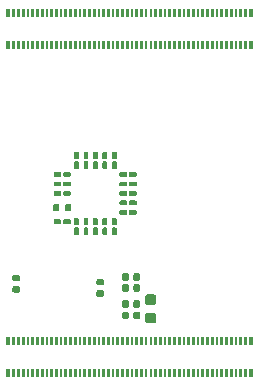
<source format=gbr>
%TF.GenerationSoftware,KiCad,Pcbnew,8.0.3*%
%TF.CreationDate,2024-07-19T10:15:31+08:00*%
%TF.ProjectId,h750xb_core,68373530-7862-45f6-936f-72652e6b6963,rev?*%
%TF.SameCoordinates,Original*%
%TF.FileFunction,Soldermask,Bot*%
%TF.FilePolarity,Negative*%
%FSLAX46Y46*%
G04 Gerber Fmt 4.6, Leading zero omitted, Abs format (unit mm)*
G04 Created by KiCad (PCBNEW 8.0.3) date 2024-07-19 10:15:31*
%MOMM*%
%LPD*%
G01*
G04 APERTURE LIST*
G04 APERTURE END LIST*
G36*
X30170400Y-109778000D02*
G01*
X29820400Y-109778000D01*
X29820400Y-109118000D01*
X30170400Y-109118000D01*
X30170400Y-109778000D01*
G37*
G36*
X30585400Y-109778000D02*
G01*
X30355400Y-109778000D01*
X30355400Y-109118000D01*
X30585400Y-109118000D01*
X30585400Y-109778000D01*
G37*
G36*
X30985400Y-109778000D02*
G01*
X30755400Y-109778000D01*
X30755400Y-109118000D01*
X30985400Y-109118000D01*
X30985400Y-109778000D01*
G37*
G36*
X31385400Y-109778000D02*
G01*
X31155400Y-109778000D01*
X31155400Y-109118000D01*
X31385400Y-109118000D01*
X31385400Y-109778000D01*
G37*
G36*
X31785400Y-109778000D02*
G01*
X31555400Y-109778000D01*
X31555400Y-109118000D01*
X31785400Y-109118000D01*
X31785400Y-109778000D01*
G37*
G36*
X32185400Y-109778000D02*
G01*
X31955400Y-109778000D01*
X31955400Y-109118000D01*
X32185400Y-109118000D01*
X32185400Y-109778000D01*
G37*
G36*
X32585400Y-109778000D02*
G01*
X32355400Y-109778000D01*
X32355400Y-109118000D01*
X32585400Y-109118000D01*
X32585400Y-109778000D01*
G37*
G36*
X32985400Y-109778000D02*
G01*
X32755400Y-109778000D01*
X32755400Y-109118000D01*
X32985400Y-109118000D01*
X32985400Y-109778000D01*
G37*
G36*
X33385400Y-109778000D02*
G01*
X33155400Y-109778000D01*
X33155400Y-109118000D01*
X33385400Y-109118000D01*
X33385400Y-109778000D01*
G37*
G36*
X33785400Y-109778000D02*
G01*
X33555400Y-109778000D01*
X33555400Y-109118000D01*
X33785400Y-109118000D01*
X33785400Y-109778000D01*
G37*
G36*
X34185400Y-109778000D02*
G01*
X33955400Y-109778000D01*
X33955400Y-109118000D01*
X34185400Y-109118000D01*
X34185400Y-109778000D01*
G37*
G36*
X34585400Y-109778000D02*
G01*
X34355400Y-109778000D01*
X34355400Y-109118000D01*
X34585400Y-109118000D01*
X34585400Y-109778000D01*
G37*
G36*
X34985400Y-109778000D02*
G01*
X34755400Y-109778000D01*
X34755400Y-109118000D01*
X34985400Y-109118000D01*
X34985400Y-109778000D01*
G37*
G36*
X35385400Y-109778000D02*
G01*
X35155400Y-109778000D01*
X35155400Y-109118000D01*
X35385400Y-109118000D01*
X35385400Y-109778000D01*
G37*
G36*
X35785400Y-109778000D02*
G01*
X35555400Y-109778000D01*
X35555400Y-109118000D01*
X35785400Y-109118000D01*
X35785400Y-109778000D01*
G37*
G36*
X36185400Y-109778000D02*
G01*
X35955400Y-109778000D01*
X35955400Y-109118000D01*
X36185400Y-109118000D01*
X36185400Y-109778000D01*
G37*
G36*
X36585400Y-109778000D02*
G01*
X36355400Y-109778000D01*
X36355400Y-109118000D01*
X36585400Y-109118000D01*
X36585400Y-109778000D01*
G37*
G36*
X36985400Y-109778000D02*
G01*
X36755400Y-109778000D01*
X36755400Y-109118000D01*
X36985400Y-109118000D01*
X36985400Y-109778000D01*
G37*
G36*
X37385400Y-109778000D02*
G01*
X37155400Y-109778000D01*
X37155400Y-109118000D01*
X37385400Y-109118000D01*
X37385400Y-109778000D01*
G37*
G36*
X37785400Y-109778000D02*
G01*
X37555400Y-109778000D01*
X37555400Y-109118000D01*
X37785400Y-109118000D01*
X37785400Y-109778000D01*
G37*
G36*
X38185400Y-109778000D02*
G01*
X37955400Y-109778000D01*
X37955400Y-109118000D01*
X38185400Y-109118000D01*
X38185400Y-109778000D01*
G37*
G36*
X38585400Y-109778000D02*
G01*
X38355400Y-109778000D01*
X38355400Y-109118000D01*
X38585400Y-109118000D01*
X38585400Y-109778000D01*
G37*
G36*
X38985400Y-109778000D02*
G01*
X38755400Y-109778000D01*
X38755400Y-109118000D01*
X38985400Y-109118000D01*
X38985400Y-109778000D01*
G37*
G36*
X39385400Y-109778000D02*
G01*
X39155400Y-109778000D01*
X39155400Y-109118000D01*
X39385400Y-109118000D01*
X39385400Y-109778000D01*
G37*
G36*
X39785400Y-109778000D02*
G01*
X39555400Y-109778000D01*
X39555400Y-109118000D01*
X39785400Y-109118000D01*
X39785400Y-109778000D01*
G37*
G36*
X40185400Y-109778000D02*
G01*
X39955400Y-109778000D01*
X39955400Y-109118000D01*
X40185400Y-109118000D01*
X40185400Y-109778000D01*
G37*
G36*
X40585400Y-109778000D02*
G01*
X40355400Y-109778000D01*
X40355400Y-109118000D01*
X40585400Y-109118000D01*
X40585400Y-109778000D01*
G37*
G36*
X40985400Y-109778000D02*
G01*
X40755400Y-109778000D01*
X40755400Y-109118000D01*
X40985400Y-109118000D01*
X40985400Y-109778000D01*
G37*
G36*
X41385400Y-109778000D02*
G01*
X41155400Y-109778000D01*
X41155400Y-109118000D01*
X41385400Y-109118000D01*
X41385400Y-109778000D01*
G37*
G36*
X41785400Y-109778000D02*
G01*
X41555400Y-109778000D01*
X41555400Y-109118000D01*
X41785400Y-109118000D01*
X41785400Y-109778000D01*
G37*
G36*
X42185400Y-109778000D02*
G01*
X41955400Y-109778000D01*
X41955400Y-109118000D01*
X42185400Y-109118000D01*
X42185400Y-109778000D01*
G37*
G36*
X42585400Y-109778000D02*
G01*
X42355400Y-109778000D01*
X42355400Y-109118000D01*
X42585400Y-109118000D01*
X42585400Y-109778000D01*
G37*
G36*
X42985400Y-109778000D02*
G01*
X42755400Y-109778000D01*
X42755400Y-109118000D01*
X42985400Y-109118000D01*
X42985400Y-109778000D01*
G37*
G36*
X43385400Y-109778000D02*
G01*
X43155400Y-109778000D01*
X43155400Y-109118000D01*
X43385400Y-109118000D01*
X43385400Y-109778000D01*
G37*
G36*
X43785400Y-109778000D02*
G01*
X43555400Y-109778000D01*
X43555400Y-109118000D01*
X43785400Y-109118000D01*
X43785400Y-109778000D01*
G37*
G36*
X44185400Y-109778000D02*
G01*
X43955400Y-109778000D01*
X43955400Y-109118000D01*
X44185400Y-109118000D01*
X44185400Y-109778000D01*
G37*
G36*
X44585400Y-109778000D02*
G01*
X44355400Y-109778000D01*
X44355400Y-109118000D01*
X44585400Y-109118000D01*
X44585400Y-109778000D01*
G37*
G36*
X44985400Y-109778000D02*
G01*
X44755400Y-109778000D01*
X44755400Y-109118000D01*
X44985400Y-109118000D01*
X44985400Y-109778000D01*
G37*
G36*
X45385400Y-109778000D02*
G01*
X45155400Y-109778000D01*
X45155400Y-109118000D01*
X45385400Y-109118000D01*
X45385400Y-109778000D01*
G37*
G36*
X45785400Y-109778000D02*
G01*
X45555400Y-109778000D01*
X45555400Y-109118000D01*
X45785400Y-109118000D01*
X45785400Y-109778000D01*
G37*
G36*
X46185400Y-109778000D02*
G01*
X45955400Y-109778000D01*
X45955400Y-109118000D01*
X46185400Y-109118000D01*
X46185400Y-109778000D01*
G37*
G36*
X46585400Y-109778000D02*
G01*
X46355400Y-109778000D01*
X46355400Y-109118000D01*
X46585400Y-109118000D01*
X46585400Y-109778000D01*
G37*
G36*
X46985400Y-109778000D02*
G01*
X46755400Y-109778000D01*
X46755400Y-109118000D01*
X46985400Y-109118000D01*
X46985400Y-109778000D01*
G37*
G36*
X47385400Y-109778000D02*
G01*
X47155400Y-109778000D01*
X47155400Y-109118000D01*
X47385400Y-109118000D01*
X47385400Y-109778000D01*
G37*
G36*
X47785400Y-109778000D02*
G01*
X47555400Y-109778000D01*
X47555400Y-109118000D01*
X47785400Y-109118000D01*
X47785400Y-109778000D01*
G37*
G36*
X48185400Y-109778000D02*
G01*
X47955400Y-109778000D01*
X47955400Y-109118000D01*
X48185400Y-109118000D01*
X48185400Y-109778000D01*
G37*
G36*
X48585400Y-109778000D02*
G01*
X48355400Y-109778000D01*
X48355400Y-109118000D01*
X48585400Y-109118000D01*
X48585400Y-109778000D01*
G37*
G36*
X48985400Y-109778000D02*
G01*
X48755400Y-109778000D01*
X48755400Y-109118000D01*
X48985400Y-109118000D01*
X48985400Y-109778000D01*
G37*
G36*
X49385400Y-109778000D02*
G01*
X49155400Y-109778000D01*
X49155400Y-109118000D01*
X49385400Y-109118000D01*
X49385400Y-109778000D01*
G37*
G36*
X49785400Y-109778000D02*
G01*
X49555400Y-109778000D01*
X49555400Y-109118000D01*
X49785400Y-109118000D01*
X49785400Y-109778000D01*
G37*
G36*
X50185400Y-109778000D02*
G01*
X49955400Y-109778000D01*
X49955400Y-109118000D01*
X50185400Y-109118000D01*
X50185400Y-109778000D01*
G37*
G36*
X50720400Y-109778000D02*
G01*
X50370400Y-109778000D01*
X50370400Y-109118000D01*
X50720400Y-109118000D01*
X50720400Y-109778000D01*
G37*
G36*
X30170400Y-107068000D02*
G01*
X29820400Y-107068000D01*
X29820400Y-106408000D01*
X30170400Y-106408000D01*
X30170400Y-107068000D01*
G37*
G36*
X30585400Y-107068000D02*
G01*
X30355400Y-107068000D01*
X30355400Y-106408000D01*
X30585400Y-106408000D01*
X30585400Y-107068000D01*
G37*
G36*
X30985400Y-107068000D02*
G01*
X30755400Y-107068000D01*
X30755400Y-106408000D01*
X30985400Y-106408000D01*
X30985400Y-107068000D01*
G37*
G36*
X31385400Y-107068000D02*
G01*
X31155400Y-107068000D01*
X31155400Y-106408000D01*
X31385400Y-106408000D01*
X31385400Y-107068000D01*
G37*
G36*
X31785400Y-107068000D02*
G01*
X31555400Y-107068000D01*
X31555400Y-106408000D01*
X31785400Y-106408000D01*
X31785400Y-107068000D01*
G37*
G36*
X32185400Y-107068000D02*
G01*
X31955400Y-107068000D01*
X31955400Y-106408000D01*
X32185400Y-106408000D01*
X32185400Y-107068000D01*
G37*
G36*
X32585400Y-107068000D02*
G01*
X32355400Y-107068000D01*
X32355400Y-106408000D01*
X32585400Y-106408000D01*
X32585400Y-107068000D01*
G37*
G36*
X32985400Y-107068000D02*
G01*
X32755400Y-107068000D01*
X32755400Y-106408000D01*
X32985400Y-106408000D01*
X32985400Y-107068000D01*
G37*
G36*
X33385400Y-107068000D02*
G01*
X33155400Y-107068000D01*
X33155400Y-106408000D01*
X33385400Y-106408000D01*
X33385400Y-107068000D01*
G37*
G36*
X33785400Y-107068000D02*
G01*
X33555400Y-107068000D01*
X33555400Y-106408000D01*
X33785400Y-106408000D01*
X33785400Y-107068000D01*
G37*
G36*
X34185400Y-107068000D02*
G01*
X33955400Y-107068000D01*
X33955400Y-106408000D01*
X34185400Y-106408000D01*
X34185400Y-107068000D01*
G37*
G36*
X34585400Y-107068000D02*
G01*
X34355400Y-107068000D01*
X34355400Y-106408000D01*
X34585400Y-106408000D01*
X34585400Y-107068000D01*
G37*
G36*
X34985400Y-107068000D02*
G01*
X34755400Y-107068000D01*
X34755400Y-106408000D01*
X34985400Y-106408000D01*
X34985400Y-107068000D01*
G37*
G36*
X35385400Y-107068000D02*
G01*
X35155400Y-107068000D01*
X35155400Y-106408000D01*
X35385400Y-106408000D01*
X35385400Y-107068000D01*
G37*
G36*
X35785400Y-107068000D02*
G01*
X35555400Y-107068000D01*
X35555400Y-106408000D01*
X35785400Y-106408000D01*
X35785400Y-107068000D01*
G37*
G36*
X36185400Y-107068000D02*
G01*
X35955400Y-107068000D01*
X35955400Y-106408000D01*
X36185400Y-106408000D01*
X36185400Y-107068000D01*
G37*
G36*
X36585400Y-107068000D02*
G01*
X36355400Y-107068000D01*
X36355400Y-106408000D01*
X36585400Y-106408000D01*
X36585400Y-107068000D01*
G37*
G36*
X36985400Y-107068000D02*
G01*
X36755400Y-107068000D01*
X36755400Y-106408000D01*
X36985400Y-106408000D01*
X36985400Y-107068000D01*
G37*
G36*
X37385400Y-107068000D02*
G01*
X37155400Y-107068000D01*
X37155400Y-106408000D01*
X37385400Y-106408000D01*
X37385400Y-107068000D01*
G37*
G36*
X37785400Y-107068000D02*
G01*
X37555400Y-107068000D01*
X37555400Y-106408000D01*
X37785400Y-106408000D01*
X37785400Y-107068000D01*
G37*
G36*
X38185400Y-107068000D02*
G01*
X37955400Y-107068000D01*
X37955400Y-106408000D01*
X38185400Y-106408000D01*
X38185400Y-107068000D01*
G37*
G36*
X38585400Y-107068000D02*
G01*
X38355400Y-107068000D01*
X38355400Y-106408000D01*
X38585400Y-106408000D01*
X38585400Y-107068000D01*
G37*
G36*
X38985400Y-107068000D02*
G01*
X38755400Y-107068000D01*
X38755400Y-106408000D01*
X38985400Y-106408000D01*
X38985400Y-107068000D01*
G37*
G36*
X39385400Y-107068000D02*
G01*
X39155400Y-107068000D01*
X39155400Y-106408000D01*
X39385400Y-106408000D01*
X39385400Y-107068000D01*
G37*
G36*
X39785400Y-107068000D02*
G01*
X39555400Y-107068000D01*
X39555400Y-106408000D01*
X39785400Y-106408000D01*
X39785400Y-107068000D01*
G37*
G36*
X40185400Y-107068000D02*
G01*
X39955400Y-107068000D01*
X39955400Y-106408000D01*
X40185400Y-106408000D01*
X40185400Y-107068000D01*
G37*
G36*
X40585400Y-107068000D02*
G01*
X40355400Y-107068000D01*
X40355400Y-106408000D01*
X40585400Y-106408000D01*
X40585400Y-107068000D01*
G37*
G36*
X40985400Y-107068000D02*
G01*
X40755400Y-107068000D01*
X40755400Y-106408000D01*
X40985400Y-106408000D01*
X40985400Y-107068000D01*
G37*
G36*
X41385400Y-107068000D02*
G01*
X41155400Y-107068000D01*
X41155400Y-106408000D01*
X41385400Y-106408000D01*
X41385400Y-107068000D01*
G37*
G36*
X41785400Y-107068000D02*
G01*
X41555400Y-107068000D01*
X41555400Y-106408000D01*
X41785400Y-106408000D01*
X41785400Y-107068000D01*
G37*
G36*
X42185400Y-107068000D02*
G01*
X41955400Y-107068000D01*
X41955400Y-106408000D01*
X42185400Y-106408000D01*
X42185400Y-107068000D01*
G37*
G36*
X42585400Y-107068000D02*
G01*
X42355400Y-107068000D01*
X42355400Y-106408000D01*
X42585400Y-106408000D01*
X42585400Y-107068000D01*
G37*
G36*
X42985400Y-107068000D02*
G01*
X42755400Y-107068000D01*
X42755400Y-106408000D01*
X42985400Y-106408000D01*
X42985400Y-107068000D01*
G37*
G36*
X43385400Y-107068000D02*
G01*
X43155400Y-107068000D01*
X43155400Y-106408000D01*
X43385400Y-106408000D01*
X43385400Y-107068000D01*
G37*
G36*
X43785400Y-107068000D02*
G01*
X43555400Y-107068000D01*
X43555400Y-106408000D01*
X43785400Y-106408000D01*
X43785400Y-107068000D01*
G37*
G36*
X44185400Y-107068000D02*
G01*
X43955400Y-107068000D01*
X43955400Y-106408000D01*
X44185400Y-106408000D01*
X44185400Y-107068000D01*
G37*
G36*
X44585400Y-107068000D02*
G01*
X44355400Y-107068000D01*
X44355400Y-106408000D01*
X44585400Y-106408000D01*
X44585400Y-107068000D01*
G37*
G36*
X44985400Y-107068000D02*
G01*
X44755400Y-107068000D01*
X44755400Y-106408000D01*
X44985400Y-106408000D01*
X44985400Y-107068000D01*
G37*
G36*
X45385400Y-107068000D02*
G01*
X45155400Y-107068000D01*
X45155400Y-106408000D01*
X45385400Y-106408000D01*
X45385400Y-107068000D01*
G37*
G36*
X45785400Y-107068000D02*
G01*
X45555400Y-107068000D01*
X45555400Y-106408000D01*
X45785400Y-106408000D01*
X45785400Y-107068000D01*
G37*
G36*
X46185400Y-107068000D02*
G01*
X45955400Y-107068000D01*
X45955400Y-106408000D01*
X46185400Y-106408000D01*
X46185400Y-107068000D01*
G37*
G36*
X46585400Y-107068000D02*
G01*
X46355400Y-107068000D01*
X46355400Y-106408000D01*
X46585400Y-106408000D01*
X46585400Y-107068000D01*
G37*
G36*
X46985400Y-107068000D02*
G01*
X46755400Y-107068000D01*
X46755400Y-106408000D01*
X46985400Y-106408000D01*
X46985400Y-107068000D01*
G37*
G36*
X47385400Y-107068000D02*
G01*
X47155400Y-107068000D01*
X47155400Y-106408000D01*
X47385400Y-106408000D01*
X47385400Y-107068000D01*
G37*
G36*
X47785400Y-107068000D02*
G01*
X47555400Y-107068000D01*
X47555400Y-106408000D01*
X47785400Y-106408000D01*
X47785400Y-107068000D01*
G37*
G36*
X48185400Y-107068000D02*
G01*
X47955400Y-107068000D01*
X47955400Y-106408000D01*
X48185400Y-106408000D01*
X48185400Y-107068000D01*
G37*
G36*
X48585400Y-107068000D02*
G01*
X48355400Y-107068000D01*
X48355400Y-106408000D01*
X48585400Y-106408000D01*
X48585400Y-107068000D01*
G37*
G36*
X48985400Y-107068000D02*
G01*
X48755400Y-107068000D01*
X48755400Y-106408000D01*
X48985400Y-106408000D01*
X48985400Y-107068000D01*
G37*
G36*
X49385400Y-107068000D02*
G01*
X49155400Y-107068000D01*
X49155400Y-106408000D01*
X49385400Y-106408000D01*
X49385400Y-107068000D01*
G37*
G36*
X49785400Y-107068000D02*
G01*
X49555400Y-107068000D01*
X49555400Y-106408000D01*
X49785400Y-106408000D01*
X49785400Y-107068000D01*
G37*
G36*
X50185400Y-107068000D02*
G01*
X49955400Y-107068000D01*
X49955400Y-106408000D01*
X50185400Y-106408000D01*
X50185400Y-107068000D01*
G37*
G36*
X50720400Y-107068000D02*
G01*
X50370400Y-107068000D01*
X50370400Y-106408000D01*
X50720400Y-106408000D01*
X50720400Y-107068000D01*
G37*
G36*
X42305509Y-104378047D02*
G01*
X42347955Y-104382971D01*
X42362457Y-104389374D01*
X42383962Y-104393652D01*
X42406985Y-104409035D01*
X42423238Y-104416212D01*
X42434337Y-104427311D01*
X42454930Y-104441071D01*
X42468689Y-104461663D01*
X42479788Y-104472762D01*
X42486963Y-104489012D01*
X42502349Y-104512039D01*
X42506626Y-104533545D01*
X42513029Y-104548045D01*
X42517951Y-104590480D01*
X42519000Y-104595751D01*
X42519000Y-105033251D01*
X42517951Y-105038522D01*
X42513029Y-105080956D01*
X42506627Y-105095454D01*
X42502349Y-105116963D01*
X42486962Y-105139991D01*
X42479788Y-105156239D01*
X42468691Y-105167335D01*
X42454930Y-105187931D01*
X42434334Y-105201692D01*
X42423238Y-105212789D01*
X42406990Y-105219963D01*
X42383962Y-105235350D01*
X42362453Y-105239628D01*
X42347955Y-105246030D01*
X42305521Y-105250952D01*
X42300250Y-105252001D01*
X41787750Y-105252001D01*
X41782479Y-105250952D01*
X41740044Y-105246030D01*
X41725544Y-105239627D01*
X41704038Y-105235350D01*
X41681011Y-105219964D01*
X41664761Y-105212789D01*
X41653662Y-105201690D01*
X41633070Y-105187931D01*
X41619310Y-105167338D01*
X41608211Y-105156239D01*
X41601034Y-105139986D01*
X41585651Y-105116963D01*
X41581373Y-105095458D01*
X41574970Y-105080956D01*
X41570046Y-105038510D01*
X41569000Y-105033251D01*
X41569000Y-104595751D01*
X41570045Y-104590492D01*
X41574970Y-104548045D01*
X41581373Y-104533541D01*
X41585651Y-104512039D01*
X41601033Y-104489017D01*
X41608211Y-104472762D01*
X41619312Y-104461660D01*
X41633070Y-104441071D01*
X41653659Y-104427313D01*
X41664761Y-104416212D01*
X41681016Y-104409034D01*
X41704038Y-104393652D01*
X41725540Y-104389374D01*
X41740044Y-104382971D01*
X41782491Y-104378046D01*
X41787750Y-104377001D01*
X42300250Y-104377001D01*
X42305509Y-104378047D01*
G37*
G36*
X40106576Y-104261057D02*
G01*
X40151995Y-104291405D01*
X40182343Y-104336824D01*
X40193000Y-104390400D01*
X40193000Y-104730400D01*
X40182343Y-104783976D01*
X40151995Y-104829395D01*
X40106576Y-104859743D01*
X40053000Y-104870400D01*
X39773000Y-104870400D01*
X39719424Y-104859743D01*
X39674005Y-104829395D01*
X39643657Y-104783976D01*
X39633000Y-104730400D01*
X39633000Y-104390400D01*
X39643657Y-104336824D01*
X39674005Y-104291405D01*
X39719424Y-104261057D01*
X39773000Y-104250400D01*
X40053000Y-104250400D01*
X40106576Y-104261057D01*
G37*
G36*
X41066576Y-104261057D02*
G01*
X41111995Y-104291405D01*
X41142343Y-104336824D01*
X41153000Y-104390400D01*
X41153000Y-104730400D01*
X41142343Y-104783976D01*
X41111995Y-104829395D01*
X41066576Y-104859743D01*
X41013000Y-104870400D01*
X40733000Y-104870400D01*
X40679424Y-104859743D01*
X40634005Y-104829395D01*
X40603657Y-104783976D01*
X40593000Y-104730400D01*
X40593000Y-104390400D01*
X40603657Y-104336824D01*
X40634005Y-104291405D01*
X40679424Y-104261057D01*
X40733000Y-104250400D01*
X41013000Y-104250400D01*
X41066576Y-104261057D01*
G37*
G36*
X40106576Y-103307057D02*
G01*
X40151995Y-103337405D01*
X40182343Y-103382824D01*
X40193000Y-103436400D01*
X40193000Y-103776400D01*
X40182343Y-103829976D01*
X40151995Y-103875395D01*
X40106576Y-103905743D01*
X40053000Y-103916400D01*
X39773000Y-103916400D01*
X39719424Y-103905743D01*
X39674005Y-103875395D01*
X39643657Y-103829976D01*
X39633000Y-103776400D01*
X39633000Y-103436400D01*
X39643657Y-103382824D01*
X39674005Y-103337405D01*
X39719424Y-103307057D01*
X39773000Y-103296400D01*
X40053000Y-103296400D01*
X40106576Y-103307057D01*
G37*
G36*
X41066576Y-103307057D02*
G01*
X41111995Y-103337405D01*
X41142343Y-103382824D01*
X41153000Y-103436400D01*
X41153000Y-103776400D01*
X41142343Y-103829976D01*
X41111995Y-103875395D01*
X41066576Y-103905743D01*
X41013000Y-103916400D01*
X40733000Y-103916400D01*
X40679424Y-103905743D01*
X40634005Y-103875395D01*
X40603657Y-103829976D01*
X40593000Y-103776400D01*
X40593000Y-103436400D01*
X40603657Y-103382824D01*
X40634005Y-103337405D01*
X40679424Y-103307057D01*
X40733000Y-103296400D01*
X41013000Y-103296400D01*
X41066576Y-103307057D01*
G37*
G36*
X42305509Y-102803045D02*
G01*
X42347955Y-102807969D01*
X42362457Y-102814372D01*
X42383962Y-102818650D01*
X42406985Y-102834033D01*
X42423238Y-102841210D01*
X42434337Y-102852309D01*
X42454930Y-102866069D01*
X42468689Y-102886661D01*
X42479788Y-102897760D01*
X42486963Y-102914010D01*
X42502349Y-102937037D01*
X42506626Y-102958543D01*
X42513029Y-102973043D01*
X42517951Y-103015478D01*
X42519000Y-103020749D01*
X42519000Y-103458249D01*
X42517951Y-103463520D01*
X42513029Y-103505954D01*
X42506627Y-103520452D01*
X42502349Y-103541961D01*
X42486962Y-103564989D01*
X42479788Y-103581237D01*
X42468691Y-103592333D01*
X42454930Y-103612929D01*
X42434334Y-103626690D01*
X42423238Y-103637787D01*
X42406990Y-103644961D01*
X42383962Y-103660348D01*
X42362453Y-103664626D01*
X42347955Y-103671028D01*
X42305521Y-103675950D01*
X42300250Y-103676999D01*
X41787750Y-103676999D01*
X41782479Y-103675950D01*
X41740044Y-103671028D01*
X41725544Y-103664625D01*
X41704038Y-103660348D01*
X41681011Y-103644962D01*
X41664761Y-103637787D01*
X41653662Y-103626688D01*
X41633070Y-103612929D01*
X41619310Y-103592336D01*
X41608211Y-103581237D01*
X41601034Y-103564984D01*
X41585651Y-103541961D01*
X41581373Y-103520456D01*
X41574970Y-103505954D01*
X41570046Y-103463508D01*
X41569000Y-103458249D01*
X41569000Y-103020749D01*
X41570045Y-103015490D01*
X41574970Y-102973043D01*
X41581373Y-102958539D01*
X41585651Y-102937037D01*
X41601033Y-102914015D01*
X41608211Y-102897760D01*
X41619312Y-102886658D01*
X41633070Y-102866069D01*
X41653659Y-102852311D01*
X41664761Y-102841210D01*
X41681016Y-102834032D01*
X41704038Y-102818650D01*
X41725540Y-102814372D01*
X41740044Y-102807969D01*
X41782491Y-102803044D01*
X41787750Y-102801999D01*
X42300250Y-102801999D01*
X42305509Y-102803045D01*
G37*
G36*
X37993976Y-102458657D02*
G01*
X38039395Y-102489005D01*
X38069743Y-102534424D01*
X38080400Y-102588000D01*
X38080400Y-102868000D01*
X38069743Y-102921576D01*
X38039395Y-102966995D01*
X37993976Y-102997343D01*
X37940400Y-103008000D01*
X37600400Y-103008000D01*
X37546824Y-102997343D01*
X37501405Y-102966995D01*
X37471057Y-102921576D01*
X37460400Y-102868000D01*
X37460400Y-102588000D01*
X37471057Y-102534424D01*
X37501405Y-102489005D01*
X37546824Y-102458657D01*
X37600400Y-102448000D01*
X37940400Y-102448000D01*
X37993976Y-102458657D01*
G37*
G36*
X30888376Y-102101457D02*
G01*
X30933795Y-102131805D01*
X30964143Y-102177224D01*
X30974800Y-102230800D01*
X30974800Y-102510800D01*
X30964143Y-102564376D01*
X30933795Y-102609795D01*
X30888376Y-102640143D01*
X30834800Y-102650800D01*
X30494800Y-102650800D01*
X30441224Y-102640143D01*
X30395805Y-102609795D01*
X30365457Y-102564376D01*
X30354800Y-102510800D01*
X30354800Y-102230800D01*
X30365457Y-102177224D01*
X30395805Y-102131805D01*
X30441224Y-102101457D01*
X30494800Y-102090800D01*
X30834800Y-102090800D01*
X30888376Y-102101457D01*
G37*
G36*
X40106576Y-101948657D02*
G01*
X40151995Y-101979005D01*
X40182343Y-102024424D01*
X40193000Y-102078000D01*
X40193000Y-102418000D01*
X40182343Y-102471576D01*
X40151995Y-102516995D01*
X40106576Y-102547343D01*
X40053000Y-102558000D01*
X39773000Y-102558000D01*
X39719424Y-102547343D01*
X39674005Y-102516995D01*
X39643657Y-102471576D01*
X39633000Y-102418000D01*
X39633000Y-102078000D01*
X39643657Y-102024424D01*
X39674005Y-101979005D01*
X39719424Y-101948657D01*
X39773000Y-101938000D01*
X40053000Y-101938000D01*
X40106576Y-101948657D01*
G37*
G36*
X41066576Y-101948657D02*
G01*
X41111995Y-101979005D01*
X41142343Y-102024424D01*
X41153000Y-102078000D01*
X41153000Y-102418000D01*
X41142343Y-102471576D01*
X41111995Y-102516995D01*
X41066576Y-102547343D01*
X41013000Y-102558000D01*
X40733000Y-102558000D01*
X40679424Y-102547343D01*
X40634005Y-102516995D01*
X40603657Y-102471576D01*
X40593000Y-102418000D01*
X40593000Y-102078000D01*
X40603657Y-102024424D01*
X40634005Y-101979005D01*
X40679424Y-101948657D01*
X40733000Y-101938000D01*
X41013000Y-101938000D01*
X41066576Y-101948657D01*
G37*
G36*
X37993976Y-101498657D02*
G01*
X38039395Y-101529005D01*
X38069743Y-101574424D01*
X38080400Y-101628000D01*
X38080400Y-101908000D01*
X38069743Y-101961576D01*
X38039395Y-102006995D01*
X37993976Y-102037343D01*
X37940400Y-102048000D01*
X37600400Y-102048000D01*
X37546824Y-102037343D01*
X37501405Y-102006995D01*
X37471057Y-101961576D01*
X37460400Y-101908000D01*
X37460400Y-101628000D01*
X37471057Y-101574424D01*
X37501405Y-101529005D01*
X37546824Y-101498657D01*
X37600400Y-101488000D01*
X37940400Y-101488000D01*
X37993976Y-101498657D01*
G37*
G36*
X30888376Y-101141457D02*
G01*
X30933795Y-101171805D01*
X30964143Y-101217224D01*
X30974800Y-101270800D01*
X30974800Y-101550800D01*
X30964143Y-101604376D01*
X30933795Y-101649795D01*
X30888376Y-101680143D01*
X30834800Y-101690800D01*
X30494800Y-101690800D01*
X30441224Y-101680143D01*
X30395805Y-101649795D01*
X30365457Y-101604376D01*
X30354800Y-101550800D01*
X30354800Y-101270800D01*
X30365457Y-101217224D01*
X30395805Y-101171805D01*
X30441224Y-101141457D01*
X30494800Y-101130800D01*
X30834800Y-101130800D01*
X30888376Y-101141457D01*
G37*
G36*
X40106576Y-101023920D02*
G01*
X40151995Y-101054268D01*
X40182343Y-101099687D01*
X40193000Y-101153263D01*
X40193000Y-101493263D01*
X40182343Y-101546839D01*
X40151995Y-101592258D01*
X40106576Y-101622606D01*
X40053000Y-101633263D01*
X39773000Y-101633263D01*
X39719424Y-101622606D01*
X39674005Y-101592258D01*
X39643657Y-101546839D01*
X39633000Y-101493263D01*
X39633000Y-101153263D01*
X39643657Y-101099687D01*
X39674005Y-101054268D01*
X39719424Y-101023920D01*
X39773000Y-101013263D01*
X40053000Y-101013263D01*
X40106576Y-101023920D01*
G37*
G36*
X41066576Y-101023920D02*
G01*
X41111995Y-101054268D01*
X41142343Y-101099687D01*
X41153000Y-101153263D01*
X41153000Y-101493263D01*
X41142343Y-101546839D01*
X41111995Y-101592258D01*
X41066576Y-101622606D01*
X41013000Y-101633263D01*
X40733000Y-101633263D01*
X40679424Y-101622606D01*
X40634005Y-101592258D01*
X40603657Y-101546839D01*
X40593000Y-101493263D01*
X40593000Y-101153263D01*
X40603657Y-101099687D01*
X40634005Y-101054268D01*
X40679424Y-101023920D01*
X40733000Y-101013263D01*
X41013000Y-101013263D01*
X41066576Y-101023920D01*
G37*
G36*
X35908668Y-97138112D02*
G01*
X35941111Y-97159789D01*
X35962788Y-97192232D01*
X35970400Y-97230500D01*
X35970400Y-97665500D01*
X35962788Y-97703768D01*
X35941111Y-97736211D01*
X35908668Y-97757888D01*
X35870400Y-97765500D01*
X35670400Y-97765500D01*
X35632132Y-97757888D01*
X35599689Y-97736211D01*
X35578012Y-97703768D01*
X35570400Y-97665500D01*
X35570400Y-97230500D01*
X35578012Y-97192232D01*
X35599689Y-97159789D01*
X35632132Y-97138112D01*
X35670400Y-97130500D01*
X35870400Y-97130500D01*
X35908668Y-97138112D01*
G37*
G36*
X37508668Y-97138112D02*
G01*
X37541111Y-97159789D01*
X37562788Y-97192232D01*
X37570400Y-97230500D01*
X37570400Y-97665500D01*
X37562788Y-97703768D01*
X37541111Y-97736211D01*
X37508668Y-97757888D01*
X37470400Y-97765500D01*
X37270400Y-97765500D01*
X37232132Y-97757888D01*
X37199689Y-97736211D01*
X37178012Y-97703768D01*
X37170400Y-97665500D01*
X37170400Y-97230500D01*
X37178012Y-97192232D01*
X37199689Y-97159789D01*
X37232132Y-97138112D01*
X37270400Y-97130500D01*
X37470400Y-97130500D01*
X37508668Y-97138112D01*
G37*
G36*
X39108668Y-97138112D02*
G01*
X39141111Y-97159789D01*
X39162788Y-97192232D01*
X39170400Y-97230500D01*
X39170400Y-97665500D01*
X39162788Y-97703768D01*
X39141111Y-97736211D01*
X39108668Y-97757888D01*
X39070400Y-97765500D01*
X38870400Y-97765500D01*
X38832132Y-97757888D01*
X38799689Y-97736211D01*
X38778012Y-97703768D01*
X38770400Y-97665500D01*
X38770400Y-97230500D01*
X38778012Y-97192232D01*
X38799689Y-97159789D01*
X38832132Y-97138112D01*
X38870400Y-97130500D01*
X39070400Y-97130500D01*
X39108668Y-97138112D01*
G37*
G36*
X36708669Y-97138111D02*
G01*
X36741112Y-97159788D01*
X36762789Y-97192231D01*
X36770401Y-97230499D01*
X36770401Y-97665499D01*
X36762789Y-97703767D01*
X36741112Y-97736210D01*
X36708669Y-97757887D01*
X36670401Y-97765499D01*
X36470401Y-97765499D01*
X36432133Y-97757887D01*
X36399690Y-97736210D01*
X36378013Y-97703767D01*
X36370401Y-97665499D01*
X36370401Y-97230499D01*
X36378013Y-97192231D01*
X36399690Y-97159788D01*
X36432133Y-97138111D01*
X36470401Y-97130499D01*
X36670401Y-97130499D01*
X36708669Y-97138111D01*
G37*
G36*
X38308668Y-97138111D02*
G01*
X38341111Y-97159788D01*
X38362788Y-97192231D01*
X38370400Y-97230499D01*
X38370400Y-97665499D01*
X38362788Y-97703767D01*
X38341111Y-97736210D01*
X38308668Y-97757887D01*
X38270400Y-97765499D01*
X38070400Y-97765499D01*
X38032132Y-97757887D01*
X37999689Y-97736210D01*
X37978012Y-97703767D01*
X37970400Y-97665499D01*
X37970400Y-97230499D01*
X37978012Y-97192231D01*
X37999689Y-97159788D01*
X38032132Y-97138111D01*
X38070400Y-97130499D01*
X38270400Y-97130499D01*
X38308668Y-97138111D01*
G37*
G36*
X35908668Y-96323112D02*
G01*
X35941111Y-96344789D01*
X35962788Y-96377232D01*
X35970400Y-96415500D01*
X35970400Y-96850500D01*
X35962788Y-96888768D01*
X35941111Y-96921211D01*
X35908668Y-96942888D01*
X35870400Y-96950500D01*
X35670400Y-96950500D01*
X35632132Y-96942888D01*
X35599689Y-96921211D01*
X35578012Y-96888768D01*
X35570400Y-96850500D01*
X35570400Y-96415500D01*
X35578012Y-96377232D01*
X35599689Y-96344789D01*
X35632132Y-96323112D01*
X35670400Y-96315500D01*
X35870400Y-96315500D01*
X35908668Y-96323112D01*
G37*
G36*
X37508668Y-96323112D02*
G01*
X37541111Y-96344789D01*
X37562788Y-96377232D01*
X37570400Y-96415500D01*
X37570400Y-96850500D01*
X37562788Y-96888768D01*
X37541111Y-96921211D01*
X37508668Y-96942888D01*
X37470400Y-96950500D01*
X37270400Y-96950500D01*
X37232132Y-96942888D01*
X37199689Y-96921211D01*
X37178012Y-96888768D01*
X37170400Y-96850500D01*
X37170400Y-96415500D01*
X37178012Y-96377232D01*
X37199689Y-96344789D01*
X37232132Y-96323112D01*
X37270400Y-96315500D01*
X37470400Y-96315500D01*
X37508668Y-96323112D01*
G37*
G36*
X39108668Y-96323112D02*
G01*
X39141111Y-96344789D01*
X39162788Y-96377232D01*
X39170400Y-96415500D01*
X39170400Y-96850500D01*
X39162788Y-96888768D01*
X39141111Y-96921211D01*
X39108668Y-96942888D01*
X39070400Y-96950500D01*
X38870400Y-96950500D01*
X38832132Y-96942888D01*
X38799689Y-96921211D01*
X38778012Y-96888768D01*
X38770400Y-96850500D01*
X38770400Y-96415500D01*
X38778012Y-96377232D01*
X38799689Y-96344789D01*
X38832132Y-96323112D01*
X38870400Y-96315500D01*
X39070400Y-96315500D01*
X39108668Y-96323112D01*
G37*
G36*
X36708669Y-96323111D02*
G01*
X36741112Y-96344788D01*
X36762789Y-96377231D01*
X36770401Y-96415499D01*
X36770401Y-96850499D01*
X36762789Y-96888767D01*
X36741112Y-96921210D01*
X36708669Y-96942887D01*
X36670401Y-96950499D01*
X36470401Y-96950499D01*
X36432133Y-96942887D01*
X36399690Y-96921210D01*
X36378013Y-96888767D01*
X36370401Y-96850499D01*
X36370401Y-96415499D01*
X36378013Y-96377231D01*
X36399690Y-96344788D01*
X36432133Y-96323111D01*
X36470401Y-96315499D01*
X36670401Y-96315499D01*
X36708669Y-96323111D01*
G37*
G36*
X38308668Y-96323111D02*
G01*
X38341111Y-96344788D01*
X38362788Y-96377231D01*
X38370400Y-96415499D01*
X38370400Y-96850499D01*
X38362788Y-96888767D01*
X38341111Y-96921210D01*
X38308668Y-96942887D01*
X38270400Y-96950499D01*
X38070400Y-96950499D01*
X38032132Y-96942887D01*
X37999689Y-96921210D01*
X37978012Y-96888767D01*
X37970400Y-96850499D01*
X37970400Y-96415499D01*
X37978012Y-96377231D01*
X37999689Y-96344788D01*
X38032132Y-96323111D01*
X38070400Y-96315499D01*
X38270400Y-96315499D01*
X38308668Y-96323111D01*
G37*
G36*
X34418668Y-96455612D02*
G01*
X34451111Y-96477289D01*
X34472788Y-96509732D01*
X34480400Y-96548000D01*
X34480400Y-96748000D01*
X34472788Y-96786268D01*
X34451111Y-96818711D01*
X34418668Y-96840388D01*
X34380400Y-96848000D01*
X33945400Y-96848000D01*
X33907132Y-96840388D01*
X33874689Y-96818711D01*
X33853012Y-96786268D01*
X33845400Y-96748000D01*
X33845400Y-96548000D01*
X33853012Y-96509732D01*
X33874689Y-96477289D01*
X33907132Y-96455612D01*
X33945400Y-96448000D01*
X34380400Y-96448000D01*
X34418668Y-96455612D01*
G37*
G36*
X35233668Y-96455612D02*
G01*
X35266111Y-96477289D01*
X35287788Y-96509732D01*
X35295400Y-96548000D01*
X35295400Y-96748000D01*
X35287788Y-96786268D01*
X35266111Y-96818711D01*
X35233668Y-96840388D01*
X35195400Y-96848000D01*
X34760400Y-96848000D01*
X34722132Y-96840388D01*
X34689689Y-96818711D01*
X34668012Y-96786268D01*
X34660400Y-96748000D01*
X34660400Y-96548000D01*
X34668012Y-96509732D01*
X34689689Y-96477289D01*
X34722132Y-96455612D01*
X34760400Y-96448000D01*
X35195400Y-96448000D01*
X35233668Y-96455612D01*
G37*
G36*
X39986168Y-95655612D02*
G01*
X40018611Y-95677289D01*
X40040288Y-95709732D01*
X40047900Y-95748000D01*
X40047900Y-95948000D01*
X40040288Y-95986268D01*
X40018611Y-96018711D01*
X39986168Y-96040388D01*
X39947900Y-96048000D01*
X39512900Y-96048000D01*
X39474632Y-96040388D01*
X39442189Y-96018711D01*
X39420512Y-95986268D01*
X39412900Y-95948000D01*
X39412900Y-95748000D01*
X39420512Y-95709732D01*
X39442189Y-95677289D01*
X39474632Y-95655612D01*
X39512900Y-95648000D01*
X39947900Y-95648000D01*
X39986168Y-95655612D01*
G37*
G36*
X40801168Y-95655612D02*
G01*
X40833611Y-95677289D01*
X40855288Y-95709732D01*
X40862900Y-95748000D01*
X40862900Y-95948000D01*
X40855288Y-95986268D01*
X40833611Y-96018711D01*
X40801168Y-96040388D01*
X40762900Y-96048000D01*
X40327900Y-96048000D01*
X40289632Y-96040388D01*
X40257189Y-96018711D01*
X40235512Y-95986268D01*
X40227900Y-95948000D01*
X40227900Y-95748000D01*
X40235512Y-95709732D01*
X40257189Y-95677289D01*
X40289632Y-95655612D01*
X40327900Y-95648000D01*
X40762900Y-95648000D01*
X40801168Y-95655612D01*
G37*
G36*
X34247063Y-95138276D02*
G01*
X34290860Y-95167541D01*
X34320125Y-95211338D01*
X34330401Y-95263000D01*
X34330401Y-95633000D01*
X34320125Y-95684662D01*
X34290860Y-95728459D01*
X34247063Y-95757724D01*
X34195401Y-95768000D01*
X33925401Y-95768000D01*
X33873739Y-95757724D01*
X33829942Y-95728459D01*
X33800677Y-95684662D01*
X33790401Y-95633000D01*
X33790401Y-95263000D01*
X33800677Y-95211338D01*
X33829942Y-95167541D01*
X33873739Y-95138276D01*
X33925401Y-95128000D01*
X34195401Y-95128000D01*
X34247063Y-95138276D01*
G37*
G36*
X35267061Y-95138276D02*
G01*
X35310858Y-95167541D01*
X35340123Y-95211338D01*
X35350399Y-95263000D01*
X35350399Y-95633000D01*
X35340123Y-95684662D01*
X35310858Y-95728459D01*
X35267061Y-95757724D01*
X35215399Y-95768000D01*
X34945399Y-95768000D01*
X34893737Y-95757724D01*
X34849940Y-95728459D01*
X34820675Y-95684662D01*
X34810399Y-95633000D01*
X34810399Y-95263000D01*
X34820675Y-95211338D01*
X34849940Y-95167541D01*
X34893737Y-95138276D01*
X34945399Y-95128000D01*
X35215399Y-95128000D01*
X35267061Y-95138276D01*
G37*
G36*
X39986168Y-94855611D02*
G01*
X40018611Y-94877288D01*
X40040288Y-94909731D01*
X40047900Y-94947999D01*
X40047900Y-95147999D01*
X40040288Y-95186267D01*
X40018611Y-95218710D01*
X39986168Y-95240387D01*
X39947900Y-95247999D01*
X39512900Y-95247999D01*
X39474632Y-95240387D01*
X39442189Y-95218710D01*
X39420512Y-95186267D01*
X39412900Y-95147999D01*
X39412900Y-94947999D01*
X39420512Y-94909731D01*
X39442189Y-94877288D01*
X39474632Y-94855611D01*
X39512900Y-94847999D01*
X39947900Y-94847999D01*
X39986168Y-94855611D01*
G37*
G36*
X40801168Y-94855611D02*
G01*
X40833611Y-94877288D01*
X40855288Y-94909731D01*
X40862900Y-94947999D01*
X40862900Y-95147999D01*
X40855288Y-95186267D01*
X40833611Y-95218710D01*
X40801168Y-95240387D01*
X40762900Y-95247999D01*
X40327900Y-95247999D01*
X40289632Y-95240387D01*
X40257189Y-95218710D01*
X40235512Y-95186267D01*
X40227900Y-95147999D01*
X40227900Y-94947999D01*
X40235512Y-94909731D01*
X40257189Y-94877288D01*
X40289632Y-94855611D01*
X40327900Y-94847999D01*
X40762900Y-94847999D01*
X40801168Y-94855611D01*
G37*
G36*
X34418668Y-94055612D02*
G01*
X34451111Y-94077289D01*
X34472788Y-94109732D01*
X34480400Y-94148000D01*
X34480400Y-94348000D01*
X34472788Y-94386268D01*
X34451111Y-94418711D01*
X34418668Y-94440388D01*
X34380400Y-94448000D01*
X33945400Y-94448000D01*
X33907132Y-94440388D01*
X33874689Y-94418711D01*
X33853012Y-94386268D01*
X33845400Y-94348000D01*
X33845400Y-94148000D01*
X33853012Y-94109732D01*
X33874689Y-94077289D01*
X33907132Y-94055612D01*
X33945400Y-94048000D01*
X34380400Y-94048000D01*
X34418668Y-94055612D01*
G37*
G36*
X35233668Y-94055612D02*
G01*
X35266111Y-94077289D01*
X35287788Y-94109732D01*
X35295400Y-94148000D01*
X35295400Y-94348000D01*
X35287788Y-94386268D01*
X35266111Y-94418711D01*
X35233668Y-94440388D01*
X35195400Y-94448000D01*
X34760400Y-94448000D01*
X34722132Y-94440388D01*
X34689689Y-94418711D01*
X34668012Y-94386268D01*
X34660400Y-94348000D01*
X34660400Y-94148000D01*
X34668012Y-94109732D01*
X34689689Y-94077289D01*
X34722132Y-94055612D01*
X34760400Y-94048000D01*
X35195400Y-94048000D01*
X35233668Y-94055612D01*
G37*
G36*
X39986168Y-94055612D02*
G01*
X40018611Y-94077289D01*
X40040288Y-94109732D01*
X40047900Y-94148000D01*
X40047900Y-94348000D01*
X40040288Y-94386268D01*
X40018611Y-94418711D01*
X39986168Y-94440388D01*
X39947900Y-94448000D01*
X39512900Y-94448000D01*
X39474632Y-94440388D01*
X39442189Y-94418711D01*
X39420512Y-94386268D01*
X39412900Y-94348000D01*
X39412900Y-94148000D01*
X39420512Y-94109732D01*
X39442189Y-94077289D01*
X39474632Y-94055612D01*
X39512900Y-94048000D01*
X39947900Y-94048000D01*
X39986168Y-94055612D01*
G37*
G36*
X40801168Y-94055612D02*
G01*
X40833611Y-94077289D01*
X40855288Y-94109732D01*
X40862900Y-94148000D01*
X40862900Y-94348000D01*
X40855288Y-94386268D01*
X40833611Y-94418711D01*
X40801168Y-94440388D01*
X40762900Y-94448000D01*
X40327900Y-94448000D01*
X40289632Y-94440388D01*
X40257189Y-94418711D01*
X40235512Y-94386268D01*
X40227900Y-94348000D01*
X40227900Y-94148000D01*
X40235512Y-94109732D01*
X40257189Y-94077289D01*
X40289632Y-94055612D01*
X40327900Y-94048000D01*
X40762900Y-94048000D01*
X40801168Y-94055612D01*
G37*
G36*
X34418668Y-93255612D02*
G01*
X34451111Y-93277289D01*
X34472788Y-93309732D01*
X34480400Y-93348000D01*
X34480400Y-93548000D01*
X34472788Y-93586268D01*
X34451111Y-93618711D01*
X34418668Y-93640388D01*
X34380400Y-93648000D01*
X33945400Y-93648000D01*
X33907132Y-93640388D01*
X33874689Y-93618711D01*
X33853012Y-93586268D01*
X33845400Y-93548000D01*
X33845400Y-93348000D01*
X33853012Y-93309732D01*
X33874689Y-93277289D01*
X33907132Y-93255612D01*
X33945400Y-93248000D01*
X34380400Y-93248000D01*
X34418668Y-93255612D01*
G37*
G36*
X35233668Y-93255612D02*
G01*
X35266111Y-93277289D01*
X35287788Y-93309732D01*
X35295400Y-93348000D01*
X35295400Y-93548000D01*
X35287788Y-93586268D01*
X35266111Y-93618711D01*
X35233668Y-93640388D01*
X35195400Y-93648000D01*
X34760400Y-93648000D01*
X34722132Y-93640388D01*
X34689689Y-93618711D01*
X34668012Y-93586268D01*
X34660400Y-93548000D01*
X34660400Y-93348000D01*
X34668012Y-93309732D01*
X34689689Y-93277289D01*
X34722132Y-93255612D01*
X34760400Y-93248000D01*
X35195400Y-93248000D01*
X35233668Y-93255612D01*
G37*
G36*
X39986168Y-93255612D02*
G01*
X40018611Y-93277289D01*
X40040288Y-93309732D01*
X40047900Y-93348000D01*
X40047900Y-93548000D01*
X40040288Y-93586268D01*
X40018611Y-93618711D01*
X39986168Y-93640388D01*
X39947900Y-93648000D01*
X39512900Y-93648000D01*
X39474632Y-93640388D01*
X39442189Y-93618711D01*
X39420512Y-93586268D01*
X39412900Y-93548000D01*
X39412900Y-93348000D01*
X39420512Y-93309732D01*
X39442189Y-93277289D01*
X39474632Y-93255612D01*
X39512900Y-93248000D01*
X39947900Y-93248000D01*
X39986168Y-93255612D01*
G37*
G36*
X40801168Y-93255612D02*
G01*
X40833611Y-93277289D01*
X40855288Y-93309732D01*
X40862900Y-93348000D01*
X40862900Y-93548000D01*
X40855288Y-93586268D01*
X40833611Y-93618711D01*
X40801168Y-93640388D01*
X40762900Y-93648000D01*
X40327900Y-93648000D01*
X40289632Y-93640388D01*
X40257189Y-93618711D01*
X40235512Y-93586268D01*
X40227900Y-93548000D01*
X40227900Y-93348000D01*
X40235512Y-93309732D01*
X40257189Y-93277289D01*
X40289632Y-93255612D01*
X40327900Y-93248000D01*
X40762900Y-93248000D01*
X40801168Y-93255612D01*
G37*
G36*
X34418668Y-92455610D02*
G01*
X34451111Y-92477287D01*
X34472788Y-92509730D01*
X34480400Y-92547998D01*
X34480400Y-92747998D01*
X34472788Y-92786266D01*
X34451111Y-92818709D01*
X34418668Y-92840386D01*
X34380400Y-92847998D01*
X33945400Y-92847998D01*
X33907132Y-92840386D01*
X33874689Y-92818709D01*
X33853012Y-92786266D01*
X33845400Y-92747998D01*
X33845400Y-92547998D01*
X33853012Y-92509730D01*
X33874689Y-92477287D01*
X33907132Y-92455610D01*
X33945400Y-92447998D01*
X34380400Y-92447998D01*
X34418668Y-92455610D01*
G37*
G36*
X35233668Y-92455610D02*
G01*
X35266111Y-92477287D01*
X35287788Y-92509730D01*
X35295400Y-92547998D01*
X35295400Y-92747998D01*
X35287788Y-92786266D01*
X35266111Y-92818709D01*
X35233668Y-92840386D01*
X35195400Y-92847998D01*
X34760400Y-92847998D01*
X34722132Y-92840386D01*
X34689689Y-92818709D01*
X34668012Y-92786266D01*
X34660400Y-92747998D01*
X34660400Y-92547998D01*
X34668012Y-92509730D01*
X34689689Y-92477287D01*
X34722132Y-92455610D01*
X34760400Y-92447998D01*
X35195400Y-92447998D01*
X35233668Y-92455610D01*
G37*
G36*
X39986168Y-92455610D02*
G01*
X40018611Y-92477287D01*
X40040288Y-92509730D01*
X40047900Y-92547998D01*
X40047900Y-92747998D01*
X40040288Y-92786266D01*
X40018611Y-92818709D01*
X39986168Y-92840386D01*
X39947900Y-92847998D01*
X39512900Y-92847998D01*
X39474632Y-92840386D01*
X39442189Y-92818709D01*
X39420512Y-92786266D01*
X39412900Y-92747998D01*
X39412900Y-92547998D01*
X39420512Y-92509730D01*
X39442189Y-92477287D01*
X39474632Y-92455610D01*
X39512900Y-92447998D01*
X39947900Y-92447998D01*
X39986168Y-92455610D01*
G37*
G36*
X40801168Y-92455610D02*
G01*
X40833611Y-92477287D01*
X40855288Y-92509730D01*
X40862900Y-92547998D01*
X40862900Y-92747998D01*
X40855288Y-92786266D01*
X40833611Y-92818709D01*
X40801168Y-92840386D01*
X40762900Y-92847998D01*
X40327900Y-92847998D01*
X40289632Y-92840386D01*
X40257189Y-92818709D01*
X40235512Y-92786266D01*
X40227900Y-92747998D01*
X40227900Y-92547998D01*
X40235512Y-92509730D01*
X40257189Y-92477287D01*
X40289632Y-92455610D01*
X40327900Y-92447998D01*
X40762900Y-92447998D01*
X40801168Y-92455610D01*
G37*
G36*
X35908668Y-91545612D02*
G01*
X35941111Y-91567289D01*
X35962788Y-91599732D01*
X35970400Y-91638000D01*
X35970400Y-92073000D01*
X35962788Y-92111268D01*
X35941111Y-92143711D01*
X35908668Y-92165388D01*
X35870400Y-92173000D01*
X35670400Y-92173000D01*
X35632132Y-92165388D01*
X35599689Y-92143711D01*
X35578012Y-92111268D01*
X35570400Y-92073000D01*
X35570400Y-91638000D01*
X35578012Y-91599732D01*
X35599689Y-91567289D01*
X35632132Y-91545612D01*
X35670400Y-91538000D01*
X35870400Y-91538000D01*
X35908668Y-91545612D01*
G37*
G36*
X36708669Y-91545612D02*
G01*
X36741112Y-91567289D01*
X36762789Y-91599732D01*
X36770401Y-91638000D01*
X36770401Y-92073000D01*
X36762789Y-92111268D01*
X36741112Y-92143711D01*
X36708669Y-92165388D01*
X36670401Y-92173000D01*
X36470401Y-92173000D01*
X36432133Y-92165388D01*
X36399690Y-92143711D01*
X36378013Y-92111268D01*
X36370401Y-92073000D01*
X36370401Y-91638000D01*
X36378013Y-91599732D01*
X36399690Y-91567289D01*
X36432133Y-91545612D01*
X36470401Y-91538000D01*
X36670401Y-91538000D01*
X36708669Y-91545612D01*
G37*
G36*
X37508668Y-91545612D02*
G01*
X37541111Y-91567289D01*
X37562788Y-91599732D01*
X37570400Y-91638000D01*
X37570400Y-92073000D01*
X37562788Y-92111268D01*
X37541111Y-92143711D01*
X37508668Y-92165388D01*
X37470400Y-92173000D01*
X37270400Y-92173000D01*
X37232132Y-92165388D01*
X37199689Y-92143711D01*
X37178012Y-92111268D01*
X37170400Y-92073000D01*
X37170400Y-91638000D01*
X37178012Y-91599732D01*
X37199689Y-91567289D01*
X37232132Y-91545612D01*
X37270400Y-91538000D01*
X37470400Y-91538000D01*
X37508668Y-91545612D01*
G37*
G36*
X38308668Y-91545612D02*
G01*
X38341111Y-91567289D01*
X38362788Y-91599732D01*
X38370400Y-91638000D01*
X38370400Y-92073000D01*
X38362788Y-92111268D01*
X38341111Y-92143711D01*
X38308668Y-92165388D01*
X38270400Y-92173000D01*
X38070400Y-92173000D01*
X38032132Y-92165388D01*
X37999689Y-92143711D01*
X37978012Y-92111268D01*
X37970400Y-92073000D01*
X37970400Y-91638000D01*
X37978012Y-91599732D01*
X37999689Y-91567289D01*
X38032132Y-91545612D01*
X38070400Y-91538000D01*
X38270400Y-91538000D01*
X38308668Y-91545612D01*
G37*
G36*
X39108668Y-91545612D02*
G01*
X39141111Y-91567289D01*
X39162788Y-91599732D01*
X39170400Y-91638000D01*
X39170400Y-92073000D01*
X39162788Y-92111268D01*
X39141111Y-92143711D01*
X39108668Y-92165388D01*
X39070400Y-92173000D01*
X38870400Y-92173000D01*
X38832132Y-92165388D01*
X38799689Y-92143711D01*
X38778012Y-92111268D01*
X38770400Y-92073000D01*
X38770400Y-91638000D01*
X38778012Y-91599732D01*
X38799689Y-91567289D01*
X38832132Y-91545612D01*
X38870400Y-91538000D01*
X39070400Y-91538000D01*
X39108668Y-91545612D01*
G37*
G36*
X35908668Y-90730612D02*
G01*
X35941111Y-90752289D01*
X35962788Y-90784732D01*
X35970400Y-90823000D01*
X35970400Y-91258000D01*
X35962788Y-91296268D01*
X35941111Y-91328711D01*
X35908668Y-91350388D01*
X35870400Y-91358000D01*
X35670400Y-91358000D01*
X35632132Y-91350388D01*
X35599689Y-91328711D01*
X35578012Y-91296268D01*
X35570400Y-91258000D01*
X35570400Y-90823000D01*
X35578012Y-90784732D01*
X35599689Y-90752289D01*
X35632132Y-90730612D01*
X35670400Y-90723000D01*
X35870400Y-90723000D01*
X35908668Y-90730612D01*
G37*
G36*
X36708669Y-90730612D02*
G01*
X36741112Y-90752289D01*
X36762789Y-90784732D01*
X36770401Y-90823000D01*
X36770401Y-91258000D01*
X36762789Y-91296268D01*
X36741112Y-91328711D01*
X36708669Y-91350388D01*
X36670401Y-91358000D01*
X36470401Y-91358000D01*
X36432133Y-91350388D01*
X36399690Y-91328711D01*
X36378013Y-91296268D01*
X36370401Y-91258000D01*
X36370401Y-90823000D01*
X36378013Y-90784732D01*
X36399690Y-90752289D01*
X36432133Y-90730612D01*
X36470401Y-90723000D01*
X36670401Y-90723000D01*
X36708669Y-90730612D01*
G37*
G36*
X37508668Y-90730612D02*
G01*
X37541111Y-90752289D01*
X37562788Y-90784732D01*
X37570400Y-90823000D01*
X37570400Y-91258000D01*
X37562788Y-91296268D01*
X37541111Y-91328711D01*
X37508668Y-91350388D01*
X37470400Y-91358000D01*
X37270400Y-91358000D01*
X37232132Y-91350388D01*
X37199689Y-91328711D01*
X37178012Y-91296268D01*
X37170400Y-91258000D01*
X37170400Y-90823000D01*
X37178012Y-90784732D01*
X37199689Y-90752289D01*
X37232132Y-90730612D01*
X37270400Y-90723000D01*
X37470400Y-90723000D01*
X37508668Y-90730612D01*
G37*
G36*
X38308668Y-90730612D02*
G01*
X38341111Y-90752289D01*
X38362788Y-90784732D01*
X38370400Y-90823000D01*
X38370400Y-91258000D01*
X38362788Y-91296268D01*
X38341111Y-91328711D01*
X38308668Y-91350388D01*
X38270400Y-91358000D01*
X38070400Y-91358000D01*
X38032132Y-91350388D01*
X37999689Y-91328711D01*
X37978012Y-91296268D01*
X37970400Y-91258000D01*
X37970400Y-90823000D01*
X37978012Y-90784732D01*
X37999689Y-90752289D01*
X38032132Y-90730612D01*
X38070400Y-90723000D01*
X38270400Y-90723000D01*
X38308668Y-90730612D01*
G37*
G36*
X39108668Y-90730612D02*
G01*
X39141111Y-90752289D01*
X39162788Y-90784732D01*
X39170400Y-90823000D01*
X39170400Y-91258000D01*
X39162788Y-91296268D01*
X39141111Y-91328711D01*
X39108668Y-91350388D01*
X39070400Y-91358000D01*
X38870400Y-91358000D01*
X38832132Y-91350388D01*
X38799689Y-91328711D01*
X38778012Y-91296268D01*
X38770400Y-91258000D01*
X38770400Y-90823000D01*
X38778012Y-90784732D01*
X38799689Y-90752289D01*
X38832132Y-90730612D01*
X38870400Y-90723000D01*
X39070400Y-90723000D01*
X39108668Y-90730612D01*
G37*
G36*
X30170400Y-81986400D02*
G01*
X29820400Y-81986400D01*
X29820400Y-81326400D01*
X30170400Y-81326400D01*
X30170400Y-81986400D01*
G37*
G36*
X30585400Y-81986400D02*
G01*
X30355400Y-81986400D01*
X30355400Y-81326400D01*
X30585400Y-81326400D01*
X30585400Y-81986400D01*
G37*
G36*
X30985400Y-81986400D02*
G01*
X30755400Y-81986400D01*
X30755400Y-81326400D01*
X30985400Y-81326400D01*
X30985400Y-81986400D01*
G37*
G36*
X31385400Y-81986400D02*
G01*
X31155400Y-81986400D01*
X31155400Y-81326400D01*
X31385400Y-81326400D01*
X31385400Y-81986400D01*
G37*
G36*
X31785400Y-81986400D02*
G01*
X31555400Y-81986400D01*
X31555400Y-81326400D01*
X31785400Y-81326400D01*
X31785400Y-81986400D01*
G37*
G36*
X32185400Y-81986400D02*
G01*
X31955400Y-81986400D01*
X31955400Y-81326400D01*
X32185400Y-81326400D01*
X32185400Y-81986400D01*
G37*
G36*
X32585400Y-81986400D02*
G01*
X32355400Y-81986400D01*
X32355400Y-81326400D01*
X32585400Y-81326400D01*
X32585400Y-81986400D01*
G37*
G36*
X32985400Y-81986400D02*
G01*
X32755400Y-81986400D01*
X32755400Y-81326400D01*
X32985400Y-81326400D01*
X32985400Y-81986400D01*
G37*
G36*
X33385400Y-81986400D02*
G01*
X33155400Y-81986400D01*
X33155400Y-81326400D01*
X33385400Y-81326400D01*
X33385400Y-81986400D01*
G37*
G36*
X33785400Y-81986400D02*
G01*
X33555400Y-81986400D01*
X33555400Y-81326400D01*
X33785400Y-81326400D01*
X33785400Y-81986400D01*
G37*
G36*
X34185400Y-81986400D02*
G01*
X33955400Y-81986400D01*
X33955400Y-81326400D01*
X34185400Y-81326400D01*
X34185400Y-81986400D01*
G37*
G36*
X34585400Y-81986400D02*
G01*
X34355400Y-81986400D01*
X34355400Y-81326400D01*
X34585400Y-81326400D01*
X34585400Y-81986400D01*
G37*
G36*
X34985400Y-81986400D02*
G01*
X34755400Y-81986400D01*
X34755400Y-81326400D01*
X34985400Y-81326400D01*
X34985400Y-81986400D01*
G37*
G36*
X35385400Y-81986400D02*
G01*
X35155400Y-81986400D01*
X35155400Y-81326400D01*
X35385400Y-81326400D01*
X35385400Y-81986400D01*
G37*
G36*
X35785400Y-81986400D02*
G01*
X35555400Y-81986400D01*
X35555400Y-81326400D01*
X35785400Y-81326400D01*
X35785400Y-81986400D01*
G37*
G36*
X36185400Y-81986400D02*
G01*
X35955400Y-81986400D01*
X35955400Y-81326400D01*
X36185400Y-81326400D01*
X36185400Y-81986400D01*
G37*
G36*
X36585400Y-81986400D02*
G01*
X36355400Y-81986400D01*
X36355400Y-81326400D01*
X36585400Y-81326400D01*
X36585400Y-81986400D01*
G37*
G36*
X36985400Y-81986400D02*
G01*
X36755400Y-81986400D01*
X36755400Y-81326400D01*
X36985400Y-81326400D01*
X36985400Y-81986400D01*
G37*
G36*
X37385400Y-81986400D02*
G01*
X37155400Y-81986400D01*
X37155400Y-81326400D01*
X37385400Y-81326400D01*
X37385400Y-81986400D01*
G37*
G36*
X37785400Y-81986400D02*
G01*
X37555400Y-81986400D01*
X37555400Y-81326400D01*
X37785400Y-81326400D01*
X37785400Y-81986400D01*
G37*
G36*
X38185400Y-81986400D02*
G01*
X37955400Y-81986400D01*
X37955400Y-81326400D01*
X38185400Y-81326400D01*
X38185400Y-81986400D01*
G37*
G36*
X38585400Y-81986400D02*
G01*
X38355400Y-81986400D01*
X38355400Y-81326400D01*
X38585400Y-81326400D01*
X38585400Y-81986400D01*
G37*
G36*
X38985400Y-81986400D02*
G01*
X38755400Y-81986400D01*
X38755400Y-81326400D01*
X38985400Y-81326400D01*
X38985400Y-81986400D01*
G37*
G36*
X39385400Y-81986400D02*
G01*
X39155400Y-81986400D01*
X39155400Y-81326400D01*
X39385400Y-81326400D01*
X39385400Y-81986400D01*
G37*
G36*
X39785400Y-81986400D02*
G01*
X39555400Y-81986400D01*
X39555400Y-81326400D01*
X39785400Y-81326400D01*
X39785400Y-81986400D01*
G37*
G36*
X40185400Y-81986400D02*
G01*
X39955400Y-81986400D01*
X39955400Y-81326400D01*
X40185400Y-81326400D01*
X40185400Y-81986400D01*
G37*
G36*
X40585400Y-81986400D02*
G01*
X40355400Y-81986400D01*
X40355400Y-81326400D01*
X40585400Y-81326400D01*
X40585400Y-81986400D01*
G37*
G36*
X40985400Y-81986400D02*
G01*
X40755400Y-81986400D01*
X40755400Y-81326400D01*
X40985400Y-81326400D01*
X40985400Y-81986400D01*
G37*
G36*
X41385400Y-81986400D02*
G01*
X41155400Y-81986400D01*
X41155400Y-81326400D01*
X41385400Y-81326400D01*
X41385400Y-81986400D01*
G37*
G36*
X41785400Y-81986400D02*
G01*
X41555400Y-81986400D01*
X41555400Y-81326400D01*
X41785400Y-81326400D01*
X41785400Y-81986400D01*
G37*
G36*
X42185400Y-81986400D02*
G01*
X41955400Y-81986400D01*
X41955400Y-81326400D01*
X42185400Y-81326400D01*
X42185400Y-81986400D01*
G37*
G36*
X42585400Y-81986400D02*
G01*
X42355400Y-81986400D01*
X42355400Y-81326400D01*
X42585400Y-81326400D01*
X42585400Y-81986400D01*
G37*
G36*
X42985400Y-81986400D02*
G01*
X42755400Y-81986400D01*
X42755400Y-81326400D01*
X42985400Y-81326400D01*
X42985400Y-81986400D01*
G37*
G36*
X43385400Y-81986400D02*
G01*
X43155400Y-81986400D01*
X43155400Y-81326400D01*
X43385400Y-81326400D01*
X43385400Y-81986400D01*
G37*
G36*
X43785400Y-81986400D02*
G01*
X43555400Y-81986400D01*
X43555400Y-81326400D01*
X43785400Y-81326400D01*
X43785400Y-81986400D01*
G37*
G36*
X44185400Y-81986400D02*
G01*
X43955400Y-81986400D01*
X43955400Y-81326400D01*
X44185400Y-81326400D01*
X44185400Y-81986400D01*
G37*
G36*
X44585400Y-81986400D02*
G01*
X44355400Y-81986400D01*
X44355400Y-81326400D01*
X44585400Y-81326400D01*
X44585400Y-81986400D01*
G37*
G36*
X44985400Y-81986400D02*
G01*
X44755400Y-81986400D01*
X44755400Y-81326400D01*
X44985400Y-81326400D01*
X44985400Y-81986400D01*
G37*
G36*
X45385400Y-81986400D02*
G01*
X45155400Y-81986400D01*
X45155400Y-81326400D01*
X45385400Y-81326400D01*
X45385400Y-81986400D01*
G37*
G36*
X45785400Y-81986400D02*
G01*
X45555400Y-81986400D01*
X45555400Y-81326400D01*
X45785400Y-81326400D01*
X45785400Y-81986400D01*
G37*
G36*
X46185400Y-81986400D02*
G01*
X45955400Y-81986400D01*
X45955400Y-81326400D01*
X46185400Y-81326400D01*
X46185400Y-81986400D01*
G37*
G36*
X46585400Y-81986400D02*
G01*
X46355400Y-81986400D01*
X46355400Y-81326400D01*
X46585400Y-81326400D01*
X46585400Y-81986400D01*
G37*
G36*
X46985400Y-81986400D02*
G01*
X46755400Y-81986400D01*
X46755400Y-81326400D01*
X46985400Y-81326400D01*
X46985400Y-81986400D01*
G37*
G36*
X47385400Y-81986400D02*
G01*
X47155400Y-81986400D01*
X47155400Y-81326400D01*
X47385400Y-81326400D01*
X47385400Y-81986400D01*
G37*
G36*
X47785400Y-81986400D02*
G01*
X47555400Y-81986400D01*
X47555400Y-81326400D01*
X47785400Y-81326400D01*
X47785400Y-81986400D01*
G37*
G36*
X48185400Y-81986400D02*
G01*
X47955400Y-81986400D01*
X47955400Y-81326400D01*
X48185400Y-81326400D01*
X48185400Y-81986400D01*
G37*
G36*
X48585400Y-81986400D02*
G01*
X48355400Y-81986400D01*
X48355400Y-81326400D01*
X48585400Y-81326400D01*
X48585400Y-81986400D01*
G37*
G36*
X48985400Y-81986400D02*
G01*
X48755400Y-81986400D01*
X48755400Y-81326400D01*
X48985400Y-81326400D01*
X48985400Y-81986400D01*
G37*
G36*
X49385400Y-81986400D02*
G01*
X49155400Y-81986400D01*
X49155400Y-81326400D01*
X49385400Y-81326400D01*
X49385400Y-81986400D01*
G37*
G36*
X49785400Y-81986400D02*
G01*
X49555400Y-81986400D01*
X49555400Y-81326400D01*
X49785400Y-81326400D01*
X49785400Y-81986400D01*
G37*
G36*
X50185400Y-81986400D02*
G01*
X49955400Y-81986400D01*
X49955400Y-81326400D01*
X50185400Y-81326400D01*
X50185400Y-81986400D01*
G37*
G36*
X50720400Y-81986400D02*
G01*
X50370400Y-81986400D01*
X50370400Y-81326400D01*
X50720400Y-81326400D01*
X50720400Y-81986400D01*
G37*
G36*
X30170400Y-79276400D02*
G01*
X29820400Y-79276400D01*
X29820400Y-78616400D01*
X30170400Y-78616400D01*
X30170400Y-79276400D01*
G37*
G36*
X30585400Y-79276400D02*
G01*
X30355400Y-79276400D01*
X30355400Y-78616400D01*
X30585400Y-78616400D01*
X30585400Y-79276400D01*
G37*
G36*
X30985400Y-79276400D02*
G01*
X30755400Y-79276400D01*
X30755400Y-78616400D01*
X30985400Y-78616400D01*
X30985400Y-79276400D01*
G37*
G36*
X31385400Y-79276400D02*
G01*
X31155400Y-79276400D01*
X31155400Y-78616400D01*
X31385400Y-78616400D01*
X31385400Y-79276400D01*
G37*
G36*
X31785400Y-79276400D02*
G01*
X31555400Y-79276400D01*
X31555400Y-78616400D01*
X31785400Y-78616400D01*
X31785400Y-79276400D01*
G37*
G36*
X32185400Y-79276400D02*
G01*
X31955400Y-79276400D01*
X31955400Y-78616400D01*
X32185400Y-78616400D01*
X32185400Y-79276400D01*
G37*
G36*
X32585400Y-79276400D02*
G01*
X32355400Y-79276400D01*
X32355400Y-78616400D01*
X32585400Y-78616400D01*
X32585400Y-79276400D01*
G37*
G36*
X32985400Y-79276400D02*
G01*
X32755400Y-79276400D01*
X32755400Y-78616400D01*
X32985400Y-78616400D01*
X32985400Y-79276400D01*
G37*
G36*
X33385400Y-79276400D02*
G01*
X33155400Y-79276400D01*
X33155400Y-78616400D01*
X33385400Y-78616400D01*
X33385400Y-79276400D01*
G37*
G36*
X33785400Y-79276400D02*
G01*
X33555400Y-79276400D01*
X33555400Y-78616400D01*
X33785400Y-78616400D01*
X33785400Y-79276400D01*
G37*
G36*
X34185400Y-79276400D02*
G01*
X33955400Y-79276400D01*
X33955400Y-78616400D01*
X34185400Y-78616400D01*
X34185400Y-79276400D01*
G37*
G36*
X34585400Y-79276400D02*
G01*
X34355400Y-79276400D01*
X34355400Y-78616400D01*
X34585400Y-78616400D01*
X34585400Y-79276400D01*
G37*
G36*
X34985400Y-79276400D02*
G01*
X34755400Y-79276400D01*
X34755400Y-78616400D01*
X34985400Y-78616400D01*
X34985400Y-79276400D01*
G37*
G36*
X35385400Y-79276400D02*
G01*
X35155400Y-79276400D01*
X35155400Y-78616400D01*
X35385400Y-78616400D01*
X35385400Y-79276400D01*
G37*
G36*
X35785400Y-79276400D02*
G01*
X35555400Y-79276400D01*
X35555400Y-78616400D01*
X35785400Y-78616400D01*
X35785400Y-79276400D01*
G37*
G36*
X36185400Y-79276400D02*
G01*
X35955400Y-79276400D01*
X35955400Y-78616400D01*
X36185400Y-78616400D01*
X36185400Y-79276400D01*
G37*
G36*
X36585400Y-79276400D02*
G01*
X36355400Y-79276400D01*
X36355400Y-78616400D01*
X36585400Y-78616400D01*
X36585400Y-79276400D01*
G37*
G36*
X36985400Y-79276400D02*
G01*
X36755400Y-79276400D01*
X36755400Y-78616400D01*
X36985400Y-78616400D01*
X36985400Y-79276400D01*
G37*
G36*
X37385400Y-79276400D02*
G01*
X37155400Y-79276400D01*
X37155400Y-78616400D01*
X37385400Y-78616400D01*
X37385400Y-79276400D01*
G37*
G36*
X37785400Y-79276400D02*
G01*
X37555400Y-79276400D01*
X37555400Y-78616400D01*
X37785400Y-78616400D01*
X37785400Y-79276400D01*
G37*
G36*
X38185400Y-79276400D02*
G01*
X37955400Y-79276400D01*
X37955400Y-78616400D01*
X38185400Y-78616400D01*
X38185400Y-79276400D01*
G37*
G36*
X38585400Y-79276400D02*
G01*
X38355400Y-79276400D01*
X38355400Y-78616400D01*
X38585400Y-78616400D01*
X38585400Y-79276400D01*
G37*
G36*
X38985400Y-79276400D02*
G01*
X38755400Y-79276400D01*
X38755400Y-78616400D01*
X38985400Y-78616400D01*
X38985400Y-79276400D01*
G37*
G36*
X39385400Y-79276400D02*
G01*
X39155400Y-79276400D01*
X39155400Y-78616400D01*
X39385400Y-78616400D01*
X39385400Y-79276400D01*
G37*
G36*
X39785400Y-79276400D02*
G01*
X39555400Y-79276400D01*
X39555400Y-78616400D01*
X39785400Y-78616400D01*
X39785400Y-79276400D01*
G37*
G36*
X40185400Y-79276400D02*
G01*
X39955400Y-79276400D01*
X39955400Y-78616400D01*
X40185400Y-78616400D01*
X40185400Y-79276400D01*
G37*
G36*
X40585400Y-79276400D02*
G01*
X40355400Y-79276400D01*
X40355400Y-78616400D01*
X40585400Y-78616400D01*
X40585400Y-79276400D01*
G37*
G36*
X40985400Y-79276400D02*
G01*
X40755400Y-79276400D01*
X40755400Y-78616400D01*
X40985400Y-78616400D01*
X40985400Y-79276400D01*
G37*
G36*
X41385400Y-79276400D02*
G01*
X41155400Y-79276400D01*
X41155400Y-78616400D01*
X41385400Y-78616400D01*
X41385400Y-79276400D01*
G37*
G36*
X41785400Y-79276400D02*
G01*
X41555400Y-79276400D01*
X41555400Y-78616400D01*
X41785400Y-78616400D01*
X41785400Y-79276400D01*
G37*
G36*
X42185400Y-79276400D02*
G01*
X41955400Y-79276400D01*
X41955400Y-78616400D01*
X42185400Y-78616400D01*
X42185400Y-79276400D01*
G37*
G36*
X42585400Y-79276400D02*
G01*
X42355400Y-79276400D01*
X42355400Y-78616400D01*
X42585400Y-78616400D01*
X42585400Y-79276400D01*
G37*
G36*
X42985400Y-79276400D02*
G01*
X42755400Y-79276400D01*
X42755400Y-78616400D01*
X42985400Y-78616400D01*
X42985400Y-79276400D01*
G37*
G36*
X43385400Y-79276400D02*
G01*
X43155400Y-79276400D01*
X43155400Y-78616400D01*
X43385400Y-78616400D01*
X43385400Y-79276400D01*
G37*
G36*
X43785400Y-79276400D02*
G01*
X43555400Y-79276400D01*
X43555400Y-78616400D01*
X43785400Y-78616400D01*
X43785400Y-79276400D01*
G37*
G36*
X44185400Y-79276400D02*
G01*
X43955400Y-79276400D01*
X43955400Y-78616400D01*
X44185400Y-78616400D01*
X44185400Y-79276400D01*
G37*
G36*
X44585400Y-79276400D02*
G01*
X44355400Y-79276400D01*
X44355400Y-78616400D01*
X44585400Y-78616400D01*
X44585400Y-79276400D01*
G37*
G36*
X44985400Y-79276400D02*
G01*
X44755400Y-79276400D01*
X44755400Y-78616400D01*
X44985400Y-78616400D01*
X44985400Y-79276400D01*
G37*
G36*
X45385400Y-79276400D02*
G01*
X45155400Y-79276400D01*
X45155400Y-78616400D01*
X45385400Y-78616400D01*
X45385400Y-79276400D01*
G37*
G36*
X45785400Y-79276400D02*
G01*
X45555400Y-79276400D01*
X45555400Y-78616400D01*
X45785400Y-78616400D01*
X45785400Y-79276400D01*
G37*
G36*
X46185400Y-79276400D02*
G01*
X45955400Y-79276400D01*
X45955400Y-78616400D01*
X46185400Y-78616400D01*
X46185400Y-79276400D01*
G37*
G36*
X46585400Y-79276400D02*
G01*
X46355400Y-79276400D01*
X46355400Y-78616400D01*
X46585400Y-78616400D01*
X46585400Y-79276400D01*
G37*
G36*
X46985400Y-79276400D02*
G01*
X46755400Y-79276400D01*
X46755400Y-78616400D01*
X46985400Y-78616400D01*
X46985400Y-79276400D01*
G37*
G36*
X47385400Y-79276400D02*
G01*
X47155400Y-79276400D01*
X47155400Y-78616400D01*
X47385400Y-78616400D01*
X47385400Y-79276400D01*
G37*
G36*
X47785400Y-79276400D02*
G01*
X47555400Y-79276400D01*
X47555400Y-78616400D01*
X47785400Y-78616400D01*
X47785400Y-79276400D01*
G37*
G36*
X48185400Y-79276400D02*
G01*
X47955400Y-79276400D01*
X47955400Y-78616400D01*
X48185400Y-78616400D01*
X48185400Y-79276400D01*
G37*
G36*
X48585400Y-79276400D02*
G01*
X48355400Y-79276400D01*
X48355400Y-78616400D01*
X48585400Y-78616400D01*
X48585400Y-79276400D01*
G37*
G36*
X48985400Y-79276400D02*
G01*
X48755400Y-79276400D01*
X48755400Y-78616400D01*
X48985400Y-78616400D01*
X48985400Y-79276400D01*
G37*
G36*
X49385400Y-79276400D02*
G01*
X49155400Y-79276400D01*
X49155400Y-78616400D01*
X49385400Y-78616400D01*
X49385400Y-79276400D01*
G37*
G36*
X49785400Y-79276400D02*
G01*
X49555400Y-79276400D01*
X49555400Y-78616400D01*
X49785400Y-78616400D01*
X49785400Y-79276400D01*
G37*
G36*
X50185400Y-79276400D02*
G01*
X49955400Y-79276400D01*
X49955400Y-78616400D01*
X50185400Y-78616400D01*
X50185400Y-79276400D01*
G37*
G36*
X50720400Y-79276400D02*
G01*
X50370400Y-79276400D01*
X50370400Y-78616400D01*
X50720400Y-78616400D01*
X50720400Y-79276400D01*
G37*
M02*

</source>
